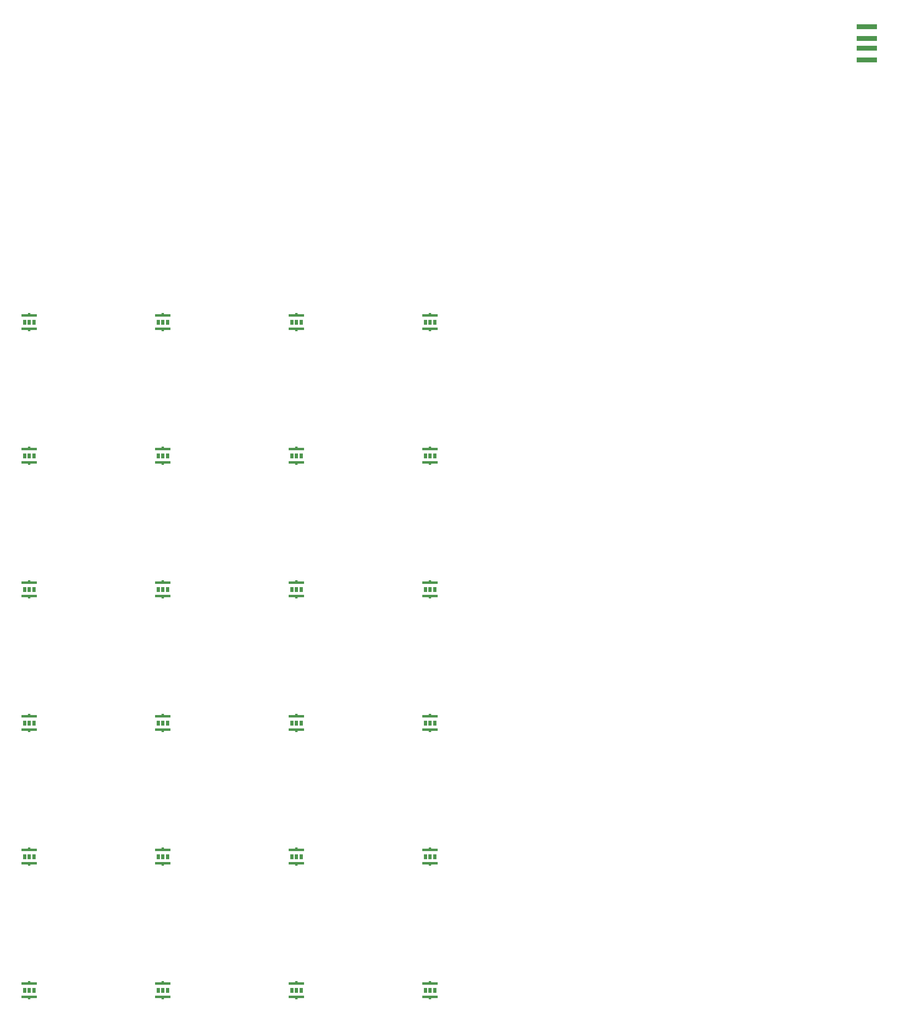
<source format=gbr>
G04 EAGLE Gerber X2 export*
%TF.Part,Single*%
%TF.FileFunction,Paste,Bot*%
%TF.FilePolarity,Positive*%
%TF.GenerationSoftware,Autodesk,EAGLE,9.1.1*%
%TF.CreationDate,2018-08-01T19:31:55Z*%
G75*
%MOMM*%
%FSLAX34Y34*%
%LPD*%
%AMOC8*
5,1,8,0,0,1.08239X$1,22.5*%
G01*
%ADD10R,3.300000X0.500000*%
%ADD11R,0.500000X0.450000*%
%ADD12R,0.750000X1.010000*%
%ADD13R,4.200000X1.000000*%


D10*
X1283970Y1549624D03*
D11*
X1283970Y1546374D03*
D10*
X1283970Y1577624D03*
D11*
X1283970Y1580874D03*
D12*
X1283970Y1563624D03*
X1273970Y1563624D03*
X1293970Y1563624D03*
D10*
X1563370Y1549624D03*
D11*
X1563370Y1546374D03*
D10*
X1563370Y1577624D03*
D11*
X1563370Y1580874D03*
D12*
X1563370Y1563624D03*
X1553370Y1563624D03*
X1573370Y1563624D03*
D10*
X1283970Y711424D03*
D11*
X1283970Y708174D03*
D10*
X1283970Y739424D03*
D11*
X1283970Y742674D03*
D12*
X1283970Y725424D03*
X1273970Y725424D03*
X1293970Y725424D03*
D10*
X1004570Y2108424D03*
D11*
X1004570Y2105174D03*
D10*
X1004570Y2136424D03*
D11*
X1004570Y2139674D03*
D12*
X1004570Y2122424D03*
X994570Y2122424D03*
X1014570Y2122424D03*
D10*
X1842770Y1549624D03*
D11*
X1842770Y1546374D03*
D10*
X1842770Y1577624D03*
D11*
X1842770Y1580874D03*
D12*
X1842770Y1563624D03*
X1832770Y1563624D03*
X1852770Y1563624D03*
D10*
X1563370Y990824D03*
D11*
X1563370Y987574D03*
D10*
X1563370Y1018824D03*
D11*
X1563370Y1022074D03*
D12*
X1563370Y1004824D03*
X1553370Y1004824D03*
X1573370Y1004824D03*
D10*
X1283970Y2108424D03*
D11*
X1283970Y2105174D03*
D10*
X1283970Y2136424D03*
D11*
X1283970Y2139674D03*
D12*
X1283970Y2122424D03*
X1273970Y2122424D03*
X1293970Y2122424D03*
D10*
X1004570Y711424D03*
D11*
X1004570Y708174D03*
D10*
X1004570Y739424D03*
D11*
X1004570Y742674D03*
D12*
X1004570Y725424D03*
X994570Y725424D03*
X1014570Y725424D03*
D10*
X1842770Y711424D03*
D11*
X1842770Y708174D03*
D10*
X1842770Y739424D03*
D11*
X1842770Y742674D03*
D12*
X1842770Y725424D03*
X1832770Y725424D03*
X1852770Y725424D03*
D10*
X1563370Y1829024D03*
D11*
X1563370Y1825774D03*
D10*
X1563370Y1857024D03*
D11*
X1563370Y1860274D03*
D12*
X1563370Y1843024D03*
X1553370Y1843024D03*
X1573370Y1843024D03*
D10*
X1283970Y1270224D03*
D11*
X1283970Y1266974D03*
D10*
X1283970Y1298224D03*
D11*
X1283970Y1301474D03*
D12*
X1283970Y1284224D03*
X1273970Y1284224D03*
X1293970Y1284224D03*
D10*
X1563370Y711424D03*
D11*
X1563370Y708174D03*
D10*
X1563370Y739424D03*
D11*
X1563370Y742674D03*
D12*
X1563370Y725424D03*
X1553370Y725424D03*
X1573370Y725424D03*
D10*
X1004570Y1829024D03*
D11*
X1004570Y1825774D03*
D10*
X1004570Y1857024D03*
D11*
X1004570Y1860274D03*
D12*
X1004570Y1843024D03*
X994570Y1843024D03*
X1014570Y1843024D03*
D10*
X1842770Y1270224D03*
D11*
X1842770Y1266974D03*
D10*
X1842770Y1298224D03*
D11*
X1842770Y1301474D03*
D12*
X1842770Y1284224D03*
X1832770Y1284224D03*
X1852770Y1284224D03*
D10*
X1563370Y2108424D03*
D11*
X1563370Y2105174D03*
D10*
X1563370Y2136424D03*
D11*
X1563370Y2139674D03*
D12*
X1563370Y2122424D03*
X1553370Y2122424D03*
X1573370Y2122424D03*
D10*
X1283970Y990824D03*
D11*
X1283970Y987574D03*
D10*
X1283970Y1018824D03*
D11*
X1283970Y1022074D03*
D12*
X1283970Y1004824D03*
X1273970Y1004824D03*
X1293970Y1004824D03*
D10*
X1004570Y1549624D03*
D11*
X1004570Y1546374D03*
D10*
X1004570Y1577624D03*
D11*
X1004570Y1580874D03*
D12*
X1004570Y1563624D03*
X994570Y1563624D03*
X1014570Y1563624D03*
D10*
X1842770Y1829024D03*
D11*
X1842770Y1825774D03*
D10*
X1842770Y1857024D03*
D11*
X1842770Y1860274D03*
D12*
X1842770Y1843024D03*
X1832770Y1843024D03*
X1852770Y1843024D03*
D10*
X1004570Y1270224D03*
D11*
X1004570Y1266974D03*
D10*
X1004570Y1298224D03*
D11*
X1004570Y1301474D03*
D12*
X1004570Y1284224D03*
X994570Y1284224D03*
X1014570Y1284224D03*
D10*
X1842770Y2108424D03*
D11*
X1842770Y2105174D03*
D10*
X1842770Y2136424D03*
D11*
X1842770Y2139674D03*
D12*
X1842770Y2122424D03*
X1832770Y2122424D03*
X1852770Y2122424D03*
D10*
X1563370Y1270224D03*
D11*
X1563370Y1266974D03*
D10*
X1563370Y1298224D03*
D11*
X1563370Y1301474D03*
D12*
X1563370Y1284224D03*
X1553370Y1284224D03*
X1573370Y1284224D03*
D10*
X1283970Y1829024D03*
D11*
X1283970Y1825774D03*
D10*
X1283970Y1857024D03*
D11*
X1283970Y1860274D03*
D12*
X1283970Y1843024D03*
X1273970Y1843024D03*
X1293970Y1843024D03*
D10*
X1004570Y990824D03*
D11*
X1004570Y987574D03*
D10*
X1004570Y1018824D03*
D11*
X1004570Y1022074D03*
D12*
X1004570Y1004824D03*
X994570Y1004824D03*
X1014570Y1004824D03*
D10*
X1842770Y990824D03*
D11*
X1842770Y987574D03*
D10*
X1842770Y1018824D03*
D11*
X1842770Y1022074D03*
D12*
X1842770Y1004824D03*
X1832770Y1004824D03*
X1852770Y1004824D03*
D13*
X2755900Y2740660D03*
X2755900Y2715660D03*
X2755900Y2695660D03*
X2755900Y2670660D03*
M02*

</source>
